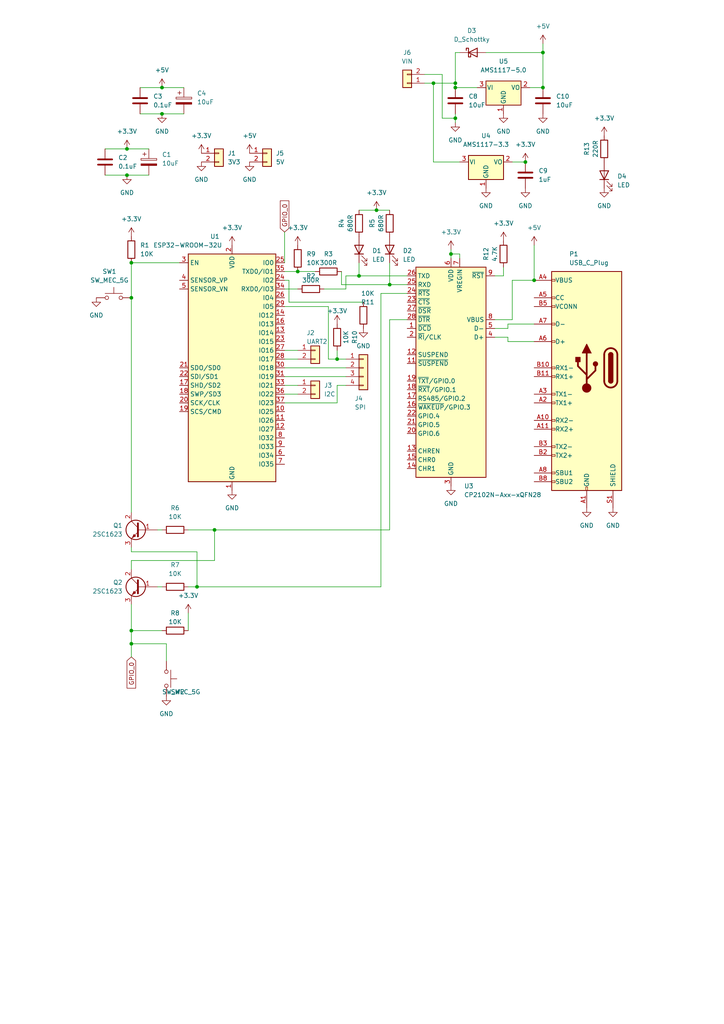
<source format=kicad_sch>
(kicad_sch (version 20211123) (generator eeschema)
  (paper "A4" portrait)
  (title_block (date "2024-10-24"))
  (lib_symbols
    (symbol "Connector:USB_C_Plug" (pin_names (offset 1.016))
      (property "Reference" "P" (at -10.16 29.21 0))
      (property "Value" "USB_C_Plug" (at 10.16 29.21 0))
      (symbol "USB_C_Plug_0_0"
        (rectangle (start -0.254 -35.56) (end 0.254 -34.544))
        (rectangle (start 10.16 -32.766) (end 9.144 -33.274))
        (rectangle (start 10.16 -30.226) (end 9.144 -30.734))
        (rectangle (start 10.16 -25.146) (end 9.144 -25.654))
        (rectangle (start 10.16 -22.606) (end 9.144 -23.114))
        (rectangle (start 10.16 -17.526) (end 9.144 -18.034))
        (rectangle (start 10.16 -14.986) (end 9.144 -15.494))
        (rectangle (start 10.16 -9.906) (end 9.144 -10.414))
        (rectangle (start 10.16 -7.366) (end 9.144 -7.874))
        (rectangle (start 10.16 -2.286) (end 9.144 -2.794))
        (rectangle (start 10.16 0.254) (end 9.144 -0.254))
        (rectangle (start 10.16 7.874) (end 9.144 7.366))
        (rectangle (start 10.16 12.954) (end 9.144 12.446))
        (rectangle (start 10.16 18.034) (end 9.144 17.526))
        (rectangle (start 10.16 20.574) (end 9.144 20.066))
        (rectangle (start 10.16 25.654) (end 9.144 25.146))
      )
      (symbol "USB_C_Plug_0_1"
        (rectangle (start -10.16 27.94) (end 10.16 -35.56) (stroke (width 0.254)) (fill (type background)))
        (arc (start -8.89 -3.81) (mid -6.985 -5.715) (end -5.08 -3.81) (stroke (width 0.508)))
        (arc (start -7.62 -3.81) (mid -6.985 -4.445) (end -6.35 -3.81) (stroke (width 0.254)))
        (arc (start -7.62 -3.81) (mid -6.985 -4.445) (end -6.35 -3.81) (stroke (width 0.254)) (fill (type outline)))
        (rectangle (start -7.62 -3.81) (end -6.35 3.81) (stroke (width 0.254)) (fill (type outline)))
        (arc (start -6.35 3.81) (mid -6.985 4.445) (end -7.62 3.81) (stroke (width 0.254)))
        (arc (start -6.35 3.81) (mid -6.985 4.445) (end -7.62 3.81) (stroke (width 0.254)) (fill (type outline)))
        (arc (start -5.08 3.81) (mid -6.985 5.715) (end -8.89 3.81) (stroke (width 0.508)))
        (polyline (pts (xy -8.89 -3.81) (xy -8.89 3.81)) (stroke (width 0.508)))
        (polyline (pts (xy -5.08 3.81) (xy -5.08 -3.81)) (stroke (width 0.508)))
      )
      (symbol "USB_C_Plug_1_1"
        (circle (center -2.54 1.143) (radius 0.635) (stroke (width 0.254)) (fill (type outline)))
        (circle (center 0 -5.842) (radius 1.27) (fill (type outline)))
        (polyline (pts (xy 0 -5.842) (xy 0 4.318)) (stroke (width 0.508)))
        (polyline (pts (xy 0 -3.302) (xy -2.54 -0.762) (xy -2.54 0.508)) (stroke (width 0.508)))
        (polyline (pts (xy 0 -2.032) (xy 2.54 0.508) (xy 2.54 1.778)) (stroke (width 0.508)))
        (polyline (pts (xy -1.27 4.318) (xy 0 6.858) (xy 1.27 4.318) (xy -1.27 4.318)) (stroke (width 0.254)) (fill (type outline)))
        (rectangle (start 1.905 1.778) (end 3.175 3.048) (stroke (width 0.254)) (fill (type outline)))
        (pin passive line (at 0 -40.64 90) (length 5.08) (name "GND") (number "A1"))
        (pin bidirectional line (at 15.24 -15.24 180) (length 5.08) (name "RX2-") (number "A10"))
        (pin bidirectional line (at 15.24 -17.78 180) (length 5.08) (name "RX2+") (number "A11"))
        (pin passive line (at 0 -40.64 90) (length 5.08) hide (name "GND") (number "A12"))
        (pin bidirectional line (at 15.24 -10.16 180) (length 5.08) (name "TX1+") (number "A2"))
        (pin bidirectional line (at 15.24 -7.62 180) (length 5.08) (name "TX1-") (number "A3"))
        (pin passive line (at 15.24 25.4 180) (length 5.08) (name "VBUS") (number "A4"))
        (pin bidirectional line (at 15.24 20.32 180) (length 5.08) (name "CC") (number "A5"))
        (pin bidirectional line (at 15.24 7.62 180) (length 5.08) (name "D+") (number "A6"))
        (pin bidirectional line (at 15.24 12.7 180) (length 5.08) (name "D-") (number "A7"))
        (pin bidirectional line (at 15.24 -30.48 180) (length 5.08) (name "SBU1") (number "A8"))
        (pin passive line (at 15.24 25.4 180) (length 5.08) hide (name "VBUS") (number "A9"))
        (pin passive line (at 0 -40.64 90) (length 5.08) hide (name "GND") (number "B1"))
        (pin bidirectional line (at 15.24 0 180) (length 5.08) (name "RX1-") (number "B10"))
        (pin bidirectional line (at 15.24 -2.54 180) (length 5.08) (name "RX1+") (number "B11"))
        (pin passive line (at 0 -40.64 90) (length 5.08) hide (name "GND") (number "B12"))
        (pin bidirectional line (at 15.24 -25.4 180) (length 5.08) (name "TX2+") (number "B2"))
        (pin bidirectional line (at 15.24 -22.86 180) (length 5.08) (name "TX2-") (number "B3"))
        (pin passive line (at 15.24 25.4 180) (length 5.08) hide (name "VBUS") (number "B4"))
        (pin bidirectional line (at 15.24 17.78 180) (length 5.08) (name "VCONN") (number "B5"))
        (pin bidirectional line (at 15.24 -33.02 180) (length 5.08) (name "SBU2") (number "B8"))
        (pin passive line (at 15.24 25.4 180) (length 5.08) hide (name "VBUS") (number "B9"))
        (pin passive line (at -7.62 -40.64 90) (length 5.08) (name "SHIELD") (number "S1"))
      )
    )
    (symbol "Connector_Generic:Conn_01x02" (pin_names (offset 1.016) hide)
      (property "Reference" "J" (at 0 2.54 0))
      (property "Value" "Conn_01x02" (at 0 -5.08 0))
      (symbol "Conn_01x02_1_1"
        (rectangle (start -1.27 -2.413) (end 0 -2.667) (stroke (width 0.1524)))
        (rectangle (start -1.27 0.127) (end 0 -0.127) (stroke (width 0.1524)))
        (rectangle (start -1.27 1.27) (end 1.27 -3.81) (stroke (width 0.254)) (fill (type background)))
        (pin passive line (at -5.08 0 0) (length 3.81) (name "Pin_1") (number "1"))
        (pin passive line (at -5.08 -2.54 0) (length 3.81) (name "Pin_2") (number "2"))
      )
    )
    (symbol "Connector_Generic:Conn_01x04" (pin_names (offset 1.016) hide)
      (property "Reference" "J" (at 0 5.08 0))
      (property "Value" "Conn_01x04" (at 0 -7.62 0))
      (symbol "Conn_01x04_1_1"
        (rectangle (start -1.27 -4.953) (end 0 -5.207) (stroke (width 0.1524)))
        (rectangle (start -1.27 -2.413) (end 0 -2.667) (stroke (width 0.1524)))
        (rectangle (start -1.27 0.127) (end 0 -0.127) (stroke (width 0.1524)))
        (rectangle (start -1.27 2.667) (end 0 2.413) (stroke (width 0.1524)))
        (rectangle (start -1.27 3.81) (end 1.27 -6.35) (stroke (width 0.254)) (fill (type background)))
        (pin passive line (at -5.08 2.54 0) (length 3.81) (name "Pin_1") (number "1"))
        (pin passive line (at -5.08 0 0) (length 3.81) (name "Pin_2") (number "2"))
        (pin passive line (at -5.08 -2.54 0) (length 3.81) (name "Pin_3") (number "3"))
        (pin passive line (at -5.08 -5.08 0) (length 3.81) (name "Pin_4") (number "4"))
      )
    )
    (symbol "Device:C" (pin_numbers hide) (pin_names (offset 0.254))
      (property "Reference" "C" (at 0.635 2.54 0))
      (property "Value" "C" (at 0.635 -2.54 0))
      (symbol "C_0_1"
        (polyline (pts (xy -2.032 -0.762) (xy 2.032 -0.762)) (stroke (width 0.508)))
        (polyline (pts (xy -2.032 0.762) (xy 2.032 0.762)) (stroke (width 0.508)))
      )
      (symbol "C_1_1"
        (pin passive line (at 0 3.81 270) (length 2.794) (name "~") (number "1"))
        (pin passive line (at 0 -3.81 90) (length 2.794) (name "~") (number "2"))
      )
    )
    (symbol "Device:C_Polarized" (pin_numbers hide) (pin_names (offset 0.254))
      (property "Reference" "C" (at 0.635 2.54 0))
      (property "Value" "C_Polarized" (at 0.635 -2.54 0))
      (symbol "C_Polarized_0_1"
        (rectangle (start -2.286 0.508) (end 2.286 1.016))
        (polyline (pts (xy -1.778 2.286) (xy -0.762 2.286)))
        (polyline (pts (xy -1.27 2.794) (xy -1.27 1.778)))
        (rectangle (start 2.286 -0.508) (end -2.286 -1.016) (fill (type outline)))
      )
      (symbol "C_Polarized_1_1"
        (pin passive line (at 0 3.81 270) (length 2.794) (name "~") (number "1"))
        (pin passive line (at 0 -3.81 90) (length 2.794) (name "~") (number "2"))
      )
    )
    (symbol "Device:D_Schottky" (pin_numbers hide) (pin_names (offset 1.016) hide)
      (property "Reference" "D" (at 0 2.54 0))
      (property "Value" "D_Schottky" (at 0 -2.54 0))
      (symbol "D_Schottky_0_1"
        (polyline (pts (xy 1.27 0) (xy -1.27 0)))
        (polyline (pts (xy 1.27 1.27) (xy 1.27 -1.27) (xy -1.27 0) (xy 1.27 1.27)) (stroke (width 0.254)))
        (polyline (pts (xy -1.905 0.635) (xy -1.905 1.27) (xy -1.27 1.27) (xy -1.27 -1.27) (xy -0.635 -1.27) (xy -0.635 -0.635)) (stroke (width 0.254)))
      )
      (symbol "D_Schottky_1_1"
        (pin passive line (at -3.81 0 0) (length 2.54) (name "K") (number "1"))
        (pin passive line (at 3.81 0 180) (length 2.54) (name "A") (number "2"))
      )
    )
    (symbol "Device:LED" (pin_numbers hide) (pin_names (offset 1.016) hide)
      (property "Reference" "D" (at 0 2.54 0))
      (property "Value" "LED" (at 0 -2.54 0))
      (symbol "LED_0_1"
        (polyline (pts (xy -1.27 -1.27) (xy -1.27 1.27)) (stroke (width 0.254)))
        (polyline (pts (xy -1.27 0) (xy 1.27 0)))
        (polyline (pts (xy 1.27 -1.27) (xy 1.27 1.27) (xy -1.27 0) (xy 1.27 -1.27)) (stroke (width 0.254)))
        (polyline (pts (xy -3.048 -0.762) (xy -4.572 -2.286) (xy -3.81 -2.286) (xy -4.572 -2.286) (xy -4.572 -1.524)))
        (polyline (pts (xy -1.778 -0.762) (xy -3.302 -2.286) (xy -2.54 -2.286) (xy -3.302 -2.286) (xy -3.302 -1.524)))
      )
      (symbol "LED_1_1"
        (pin passive line (at -3.81 0 0) (length 2.54) (name "K") (number "1"))
        (pin passive line (at 3.81 0 180) (length 2.54) (name "A") (number "2"))
      )
    )
    (symbol "Device:Q_NPN_BCE" (pin_names (offset 0) hide)
      (property "Reference" "Q" (at 5.08 1.27 0))
      (property "Value" "Q_NPN_BCE" (at 5.08 -1.27 0))
      (symbol "Q_NPN_BCE_0_1"
        (polyline (pts (xy 0.635 0.635) (xy 2.54 2.54)))
        (polyline (pts (xy 0.635 -0.635) (xy 2.54 -2.54) (xy 2.54 -2.54)))
        (polyline (pts (xy 0.635 1.905) (xy 0.635 -1.905) (xy 0.635 -1.905)) (stroke (width 0.508)))
        (polyline (pts (xy 1.27 -1.778) (xy 1.778 -1.27) (xy 2.286 -2.286) (xy 1.27 -1.778) (xy 1.27 -1.778)) (fill (type outline)))
        (circle (center 1.27 0) (radius 2.8194) (stroke (width 0.254)))
      )
      (symbol "Q_NPN_BCE_1_1"
        (pin input line (at -5.08 0 0) (length 5.715) (name "B") (number "1"))
        (pin passive line (at 2.54 5.08 270) (length 2.54) (name "C") (number "2"))
        (pin passive line (at 2.54 -5.08 90) (length 2.54) (name "E") (number "3"))
      )
    )
    (symbol "Device:R" (pin_numbers hide) (pin_names (offset 0))
      (property "Reference" "R" (at 2.032 0 90))
      (property "Value" "R" (at 0 0 90))
      (symbol "R_0_1"
        (rectangle (start -1.016 -2.54) (end 1.016 2.54) (stroke (width 0.254)))
      )
      (symbol "R_1_1"
        (pin passive line (at 0 3.81 270) (length 1.27) (name "~") (number "1"))
        (pin passive line (at 0 -3.81 90) (length 1.27) (name "~") (number "2"))
      )
    )
    (symbol "Interface_USB:CP2102N-Axx-xQFN28"
      (property "Reference" "U" (at -8.89 31.75 0))
      (property "Value" "CP2102N-Axx-xQFN28" (at 12.7 31.75 0))
      (symbol "CP2102N-Axx-xQFN28_0_1"
        (rectangle (start -10.16 30.48) (end 10.16 -30.48) (stroke (width 0.254)) (fill (type background)))
      )
      (symbol "CP2102N-Axx-xQFN28_1_1"
        (pin input line (at 12.7 12.7 180) (length 2.54) (name "~{DCD}") (number "1"))
        (pin no_connect line (at -10.16 -27.94 0) (length 2.54) hide (name "NC") (number "10"))
        (pin output line (at 12.7 2.54 180) (length 2.54) (name "~{SUSPEND}") (number "11"))
        (pin output line (at 12.7 5.08 180) (length 2.54) (name "SUSPEND") (number "12"))
        (pin output line (at 12.7 -22.86 180) (length 2.54) (name "CHREN") (number "13"))
        (pin output line (at 12.7 -27.94 180) (length 2.54) (name "CHR1") (number "14"))
        (pin output line (at 12.7 -25.4 180) (length 2.54) (name "CHR0") (number "15"))
        (pin bidirectional line (at 12.7 -10.16 180) (length 2.54) (name "~{WAKEUP}/GPIO.3") (number "16"))
        (pin bidirectional line (at 12.7 -7.62 180) (length 2.54) (name "RS485/GPIO.2") (number "17"))
        (pin bidirectional line (at 12.7 -5.08 180) (length 2.54) (name "~{RXT}/GPIO.1") (number "18"))
        (pin bidirectional line (at 12.7 -2.54 180) (length 2.54) (name "~{TXT}/GPIO.0") (number "19"))
        (pin bidirectional line (at 12.7 10.16 180) (length 2.54) (name "~{RI}/CLK") (number "2"))
        (pin bidirectional line (at 12.7 -17.78 180) (length 2.54) (name "GPIO.6") (number "20"))
        (pin bidirectional line (at 12.7 -15.24 180) (length 2.54) (name "GPIO.5") (number "21"))
        (pin bidirectional line (at 12.7 -12.7 180) (length 2.54) (name "GPIO.4") (number "22"))
        (pin input line (at 12.7 20.32 180) (length 2.54) (name "~{CTS}") (number "23"))
        (pin output line (at 12.7 22.86 180) (length 2.54) (name "~{RTS}") (number "24"))
        (pin input line (at 12.7 25.4 180) (length 2.54) (name "RXD") (number "25"))
        (pin output line (at 12.7 27.94 180) (length 2.54) (name "TXD") (number "26"))
        (pin input line (at 12.7 17.78 180) (length 2.54) (name "~{DSR}") (number "27"))
        (pin output line (at 12.7 15.24 180) (length 2.54) (name "~{DTR}") (number "28"))
        (pin passive line (at 0 -33.02 90) (length 2.54) hide (name "GND") (number "29"))
        (pin power_in line (at 0 -33.02 90) (length 2.54) (name "GND") (number "3"))
        (pin bidirectional line (at -12.7 10.16 0) (length 2.54) (name "D+") (number "4"))
        (pin bidirectional line (at -12.7 12.7 0) (length 2.54) (name "D-") (number "5"))
        (pin power_in line (at 0 33.02 270) (length 2.54) (name "VDD") (number "6"))
        (pin power_in line (at -2.54 33.02 270) (length 2.54) (name "VREGIN") (number "7"))
        (pin input line (at -12.7 15.24 0) (length 2.54) (name "VBUS") (number "8"))
        (pin input line (at -12.7 27.94 0) (length 2.54) (name "~{RST}") (number "9"))
      )
    )
    (symbol "RF_Module:ESP32-WROOM-32U"
      (property "Reference" "U" (at -12.7 34.29 0))
      (property "Value" "ESP32-WROOM-32U" (at 1.27 34.29 0))
      (symbol "ESP32-WROOM-32U_0_1"
        (rectangle (start -12.7 33.02) (end 12.7 -33.02) (stroke (width 0.254)) (fill (type background)))
      )
      (symbol "ESP32-WROOM-32U_1_1"
        (pin power_in line (at 0 -35.56 90) (length 2.54) (name "GND") (number "1"))
        (pin bidirectional line (at 15.24 -12.7 180) (length 2.54) (name "IO25") (number "10"))
        (pin bidirectional line (at 15.24 -15.24 180) (length 2.54) (name "IO26") (number "11"))
        (pin bidirectional line (at 15.24 -17.78 180) (length 2.54) (name "IO27") (number "12"))
        (pin bidirectional line (at 15.24 10.16 180) (length 2.54) (name "IO14") (number "13"))
        (pin bidirectional line (at 15.24 15.24 180) (length 2.54) (name "IO12") (number "14"))
        (pin passive line (at 0 -35.56 90) (length 2.54) hide (name "GND") (number "15"))
        (pin bidirectional line (at 15.24 12.7 180) (length 2.54) (name "IO13") (number "16"))
        (pin bidirectional line (at -15.24 -5.08 0) (length 2.54) (name "SHD/SD2") (number "17"))
        (pin bidirectional line (at -15.24 -7.62 0) (length 2.54) (name "SWP/SD3") (number "18"))
        (pin bidirectional line (at -15.24 -12.7 0) (length 2.54) (name "SCS/CMD") (number "19"))
        (pin power_in line (at 0 35.56 270) (length 2.54) (name "VDD") (number "2"))
        (pin bidirectional line (at -15.24 -10.16 0) (length 2.54) (name "SCK/CLK") (number "20"))
        (pin bidirectional line (at -15.24 0 0) (length 2.54) (name "SDO/SD0") (number "21"))
        (pin bidirectional line (at -15.24 -2.54 0) (length 2.54) (name "SDI/SD1") (number "22"))
        (pin bidirectional line (at 15.24 7.62 180) (length 2.54) (name "IO15") (number "23"))
        (pin bidirectional line (at 15.24 25.4 180) (length 2.54) (name "IO2") (number "24"))
        (pin bidirectional line (at 15.24 30.48 180) (length 2.54) (name "IO0") (number "25"))
        (pin bidirectional line (at 15.24 20.32 180) (length 2.54) (name "IO4") (number "26"))
        (pin bidirectional line (at 15.24 5.08 180) (length 2.54) (name "IO16") (number "27"))
        (pin bidirectional line (at 15.24 2.54 180) (length 2.54) (name "IO17") (number "28"))
        (pin bidirectional line (at 15.24 17.78 180) (length 2.54) (name "IO5") (number "29"))
        (pin input line (at -15.24 30.48 0) (length 2.54) (name "EN") (number "3"))
        (pin bidirectional line (at 15.24 0 180) (length 2.54) (name "IO18") (number "30"))
        (pin bidirectional line (at 15.24 -2.54 180) (length 2.54) (name "IO19") (number "31"))
        (pin no_connect line (at -12.7 -27.94 0) (length 2.54) hide (name "NC") (number "32"))
        (pin bidirectional line (at 15.24 -5.08 180) (length 2.54) (name "IO21") (number "33"))
        (pin bidirectional line (at 15.24 22.86 180) (length 2.54) (name "RXD0/IO3") (number "34"))
        (pin bidirectional line (at 15.24 27.94 180) (length 2.54) (name "TXD0/IO1") (number "35"))
        (pin bidirectional line (at 15.24 -7.62 180) (length 2.54) (name "IO22") (number "36"))
        (pin bidirectional line (at 15.24 -10.16 180) (length 2.54) (name "IO23") (number "37"))
        (pin passive line (at 0 -35.56 90) (length 2.54) hide (name "GND") (number "38"))
        (pin passive line (at 0 -35.56 90) (length 2.54) hide (name "GND") (number "39"))
        (pin input line (at -15.24 25.4 0) (length 2.54) (name "SENSOR_VP") (number "4"))
        (pin input line (at -15.24 22.86 0) (length 2.54) (name "SENSOR_VN") (number "5"))
        (pin input line (at 15.24 -25.4 180) (length 2.54) (name "IO34") (number "6"))
        (pin input line (at 15.24 -27.94 180) (length 2.54) (name "IO35") (number "7"))
        (pin bidirectional line (at 15.24 -20.32 180) (length 2.54) (name "IO32") (number "8"))
        (pin bidirectional line (at 15.24 -22.86 180) (length 2.54) (name "IO33") (number "9"))
      )
    )
    (symbol "Regulator_Linear:AMS1117-3.3" (pin_names (offset 0.254))
      (property "Reference" "U" (at -3.81 3.175 0))
      (property "Value" "AMS1117-3.3" (at 0 3.175 0))
      (symbol "AMS1117-3.3_0_1"
        (rectangle (start -5.08 -5.08) (end 5.08 1.905) (stroke (width 0.254)) (fill (type background)))
      )
      (symbol "AMS1117-3.3_1_1"
        (pin power_in line (at 0 -7.62 90) (length 2.54) (name "GND") (number "1"))
        (pin power_out line (at 7.62 0 180) (length 2.54) (name "VO") (number "2"))
        (pin power_in line (at -7.62 0 0) (length 2.54) (name "VI") (number "3"))
      )
    )
    (symbol "Regulator_Linear:AMS1117-5.0" (pin_names (offset 0.254))
      (property "Reference" "U" (at -3.81 3.175 0))
      (property "Value" "AMS1117-5.0" (at 0 3.175 0))
      (symbol "AMS1117-5.0_0_1"
        (rectangle (start -5.08 -5.08) (end 5.08 1.905) (stroke (width 0.254)) (fill (type background)))
      )
      (symbol "AMS1117-5.0_1_1"
        (pin power_in line (at 0 -7.62 90) (length 2.54) (name "GND") (number "1"))
        (pin power_out line (at 7.62 0 180) (length 2.54) (name "VO") (number "2"))
        (pin power_in line (at -7.62 0 0) (length 2.54) (name "VI") (number "3"))
      )
    )
    (symbol "SW_MEC_5G_1" (pin_numbers hide) (pin_names (offset 1.016) hide)
      (property "Reference" "SW2" (at 3.81 1.2701 90))
      (property "Value" "SW_MEC_5G_1" (at 3.81 -1.2699 90))
      (symbol "SW_MEC_5G_1_0_1"
        (circle (center -2.032 0) (radius 0.508))
        (polyline (pts (xy 0 1.27) (xy 0 3.048)))
        (polyline (pts (xy 2.54 1.27) (xy -2.54 1.27)))
        (circle (center 2.032 0) (radius 0.508))
        (pin passive line (at -5.08 0 0) (length 2.54) (name "A") (number "1"))
        (pin passive line (at 5.08 0 180) (length 2.54) (name "B") (number "2"))
      )
      (symbol "SW_MEC_5G_1_1_1"
        (pin passive line (at -5.08 0 0) (length 2.54) hide (name "A") (number "2"))
        (pin passive line (at 5.08 0 180) (length 2.54) hide (name "B") (number "4"))
      )
    )
    (symbol "Switch:SW_MEC_5G" (pin_numbers hide) (pin_names (offset 1.016) hide)
      (property "Reference" "SW1" (at -1.27 7.62 0))
      (property "Value" "SW_MEC_5G" (at -1.27 5.08 0))
      (symbol "SW_MEC_5G_0_1"
        (circle (center -2.032 0) (radius 0.508))
        (polyline (pts (xy 0 1.27) (xy 0 3.048)))
        (polyline (pts (xy 2.54 1.27) (xy -2.54 1.27)))
        (circle (center 2.032 0) (radius 0.508))
        (pin passive line (at -5.08 0 0) (length 2.54) (name "A") (number "1"))
        (pin passive line (at 5.08 0 180) (length 2.54) (name "B") (number "2"))
      )
      (symbol "SW_MEC_5G_1_1"
        (pin passive line (at -5.08 0 0) (length 2.54) hide (name "A") (number "2"))
        (pin passive line (at 5.08 0 180) (length 2.54) hide (name "B") (number "4"))
      )
    )
    (symbol "power:+3.3V" (power) (pin_names (offset 0))
      (property "Value" "+3.3V" (at 0 3.556 0))
      (symbol "+3.3V_0_1"
        (polyline (pts (xy -0.762 1.27) (xy 0 2.54)))
        (polyline (pts (xy 0 0) (xy 0 2.54)))
        (polyline (pts (xy 0 2.54) (xy 0.762 1.27)))
      )
      (symbol "+3.3V_1_1"
        (pin power_in line (at 0 0 90) (length 0) hide (name "+3.3V") (number "1"))
      )
    )
    (symbol "power:+5V" (power) (pin_names (offset 0))
      (property "Value" "+5V" (at 0 3.556 0))
      (symbol "+5V_0_1"
        (polyline (pts (xy -0.762 1.27) (xy 0 2.54)))
        (polyline (pts (xy 0 0) (xy 0 2.54)))
        (polyline (pts (xy 0 2.54) (xy 0.762 1.27)))
      )
      (symbol "+5V_1_1"
        (pin power_in line (at 0 0 90) (length 0) hide (name "+5V") (number "1"))
      )
    )
    (symbol "power:GND" (power) (pin_names (offset 0))
      (property "Value" "GND" (at 0 -3.81 0))
      (symbol "GND_0_1"
        (polyline (pts (xy 0 0) (xy 0 -1.27) (xy 1.27 -1.27) (xy 0 -2.54) (xy -1.27 -1.27) (xy 0 -1.27)))
      )
      (symbol "GND_1_1"
        (pin power_in line (at 0 0 270) (length 0) hide (name "GND") (number "1"))
      )
    )
  )
  (junction (at 62.23 153.67))
  (junction (at 104.14 80.01))
  (junction (at 157.48 25.4))
  (junction (at 38.1 76.2))
  (junction (at 36.83 43.18))
  (junction (at 97.79 104.14))
  (junction (at 57.15 170.18))
  (junction (at 152.4 46.99))
  (junction (at 132.08 25.4))
  (junction (at 154.94 81.28))
  (junction (at 38.1 182.88))
  (junction (at 132.08 34.29))
  (junction (at 38.1 186.69))
  (junction (at 130.81 73.66))
  (junction (at 109.22 60.96))
  (junction (at 46.99 33.02))
  (junction (at 38.1 86.36))
  (junction (at 157.48 15.24))
  (junction (at 125.73 24.13))
  (junction (at 132.08 24.13))
  (junction (at 86.36 78.74))
  (junction (at 113.03 82.55))
  (junction (at 36.83 50.8))
  (junction (at 46.99 25.4))
  (wire (pts (xy 38.1 160.02) (xy 57.15 160.02)))
  (wire (pts (xy 82.55 67.31) (xy 82.55 76.2)))
  (wire (pts (xy 82.55 81.28) (xy 83.82 81.28)))
  (wire (pts (xy 146.05 80.01) (xy 146.05 77.47)))
  (wire (pts (xy 109.22 60.96) (xy 113.03 60.96)))
  (wire (pts (xy 38.1 148.59) (xy 38.1 86.36)))
  (wire (pts (xy 38.1 190.5) (xy 38.1 186.69)))
  (wire (pts (xy 97.79 116.84) (xy 97.79 111.76)))
  (wire (pts (xy 38.1 158.75) (xy 38.1 160.02)))
  (wire (pts (xy 93.98 83.82) (xy 100.33 83.82)))
  (wire (pts (xy 130.81 73.66) (xy 130.81 74.93)))
  (wire (pts (xy 86.36 78.74) (xy 82.55 78.74)))
  (wire (pts (xy 100.33 83.82) (xy 100.33 80.01)))
  (wire (pts (xy 38.1 182.88) (xy 38.1 175.26)))
  (wire (pts (xy 147.32 97.79) (xy 147.32 99.06)))
  (wire (pts (xy 104.14 80.01) (xy 118.11 80.01)))
  (wire (pts (xy 154.94 71.12) (xy 154.94 81.28)))
  (wire (pts (xy 36.83 43.18) (xy 43.18 43.18)))
  (wire (pts (xy 132.08 24.13) (xy 132.08 25.4)))
  (wire (pts (xy 143.51 95.25) (xy 147.32 95.25)))
  (wire (pts (xy 62.23 162.56) (xy 38.1 162.56)))
  (wire (pts (xy 82.55 88.9) (xy 95.25 88.9)))
  (wire (pts (xy 113.03 153.67) (xy 62.23 153.67)))
  (wire (pts (xy 123.19 24.13) (xy 125.73 24.13)))
  (wire (pts (xy 128.27 21.59) (xy 128.27 34.29)))
  (wire (pts (xy 57.15 170.18) (xy 110.49 170.18)))
  (wire (pts (xy 57.15 160.02) (xy 57.15 170.18)))
  (wire (pts (xy 62.23 153.67) (xy 62.23 162.56)))
  (wire (pts (xy 157.48 12.7) (xy 157.48 15.24)))
  (wire (pts (xy 110.49 85.09) (xy 118.11 85.09)))
  (wire (pts (xy 113.03 92.71) (xy 113.03 153.67)))
  (wire (pts (xy 123.19 21.59) (xy 128.27 21.59)))
  (wire (pts (xy 113.03 76.2) (xy 113.03 82.55)))
  (wire (pts (xy 143.51 80.01) (xy 146.05 80.01)))
  (wire (pts (xy 143.51 97.79) (xy 147.32 97.79)))
  (wire (pts (xy 46.99 25.4) (xy 53.34 25.4)))
  (wire (pts (xy 125.73 46.99) (xy 125.73 24.13)))
  (wire (pts (xy 52.07 76.2) (xy 38.1 76.2)))
  (wire (pts (xy 95.25 104.14) (xy 97.79 104.14)))
  (wire (pts (xy 152.4 46.99) (xy 148.59 46.99)))
  (wire (pts (xy 97.79 101.6) (xy 97.79 104.14)))
  (wire (pts (xy 46.99 182.88) (xy 38.1 182.88)))
  (wire (pts (xy 30.48 50.8) (xy 36.83 50.8)))
  (wire (pts (xy 125.73 24.13) (xy 132.08 24.13)))
  (wire (pts (xy 133.35 73.66) (xy 130.81 73.66)))
  (wire (pts (xy 132.08 15.24) (xy 132.08 24.13)))
  (wire (pts (xy 86.36 111.76) (xy 82.55 111.76)))
  (wire (pts (xy 104.14 60.96) (xy 109.22 60.96)))
  (wire (pts (xy 148.59 92.71) (xy 148.59 81.28)))
  (wire (pts (xy 38.1 86.36) (xy 38.1 76.2)))
  (wire (pts (xy 95.25 88.9) (xy 95.25 104.14)))
  (wire (pts (xy 38.1 162.56) (xy 38.1 165.1)))
  (wire (pts (xy 128.27 34.29) (xy 132.08 34.29)))
  (wire (pts (xy 157.48 15.24) (xy 157.48 25.4)))
  (wire (pts (xy 54.61 170.18) (xy 57.15 170.18)))
  (wire (pts (xy 140.97 15.24) (xy 157.48 15.24)))
  (wire (pts (xy 46.99 33.02) (xy 53.34 33.02)))
  (wire (pts (xy 82.55 106.68) (xy 100.33 106.68)))
  (wire (pts (xy 36.83 50.8) (xy 43.18 50.8)))
  (wire (pts (xy 48.26 186.69) (xy 38.1 186.69)))
  (wire (pts (xy 147.32 99.06) (xy 154.94 99.06)))
  (wire (pts (xy 118.11 92.71) (xy 113.03 92.71)))
  (wire (pts (xy 38.1 186.69) (xy 38.1 182.88)))
  (wire (pts (xy 132.08 35.56) (xy 132.08 34.29)))
  (wire (pts (xy 147.32 93.98) (xy 147.32 95.25)))
  (wire (pts (xy 86.36 83.82) (xy 82.55 83.82)))
  (wire (pts (xy 133.35 74.93) (xy 133.35 73.66)))
  (wire (pts (xy 148.59 81.28) (xy 154.94 81.28)))
  (wire (pts (xy 86.36 78.74) (xy 91.44 78.74)))
  (wire (pts (xy 48.26 191.77) (xy 48.26 186.69)))
  (wire (pts (xy 40.64 33.02) (xy 46.99 33.02)))
  (wire (pts (xy 86.36 114.3) (xy 82.55 114.3)))
  (wire (pts (xy 46.99 170.18) (xy 45.72 170.18)))
  (wire (pts (xy 62.23 153.67) (xy 54.61 153.67)))
  (wire (pts (xy 97.79 111.76) (xy 100.33 111.76)))
  (wire (pts (xy 82.55 109.22) (xy 100.33 109.22)))
  (wire (pts (xy 83.82 81.28) (xy 83.82 87.63)))
  (wire (pts (xy 133.35 15.24) (xy 132.08 15.24)))
  (wire (pts (xy 99.06 82.55) (xy 113.03 82.55)))
  (wire (pts (xy 125.73 46.99) (xy 133.35 46.99)))
  (wire (pts (xy 132.08 25.4) (xy 138.43 25.4)))
  (wire (pts (xy 154.94 93.98) (xy 147.32 93.98)))
  (wire (pts (xy 83.82 87.63) (xy 105.41 87.63)))
  (wire (pts (xy 130.81 72.39) (xy 130.81 73.66)))
  (wire (pts (xy 86.36 101.6) (xy 82.55 101.6)))
  (wire (pts (xy 30.48 43.18) (xy 36.83 43.18)))
  (wire (pts (xy 104.14 76.2) (xy 104.14 80.01)))
  (wire (pts (xy 99.06 78.74) (xy 99.06 82.55)))
  (wire (pts (xy 40.64 25.4) (xy 46.99 25.4)))
  (wire (pts (xy 54.61 177.8) (xy 54.61 182.88)))
  (wire (pts (xy 82.55 116.84) (xy 97.79 116.84)))
  (wire (pts (xy 132.08 34.29) (xy 132.08 33.02)))
  (wire (pts (xy 100.33 80.01) (xy 104.14 80.01)))
  (wire (pts (xy 153.67 25.4) (xy 157.48 25.4)))
  (wire (pts (xy 46.99 153.67) (xy 45.72 153.67)))
  (wire (pts (xy 86.36 104.14) (xy 82.55 104.14)))
  (wire (pts (xy 110.49 170.18) (xy 110.49 85.09)))
  (wire (pts (xy 143.51 92.71) (xy 148.59 92.71)))
  (wire (pts (xy 97.79 104.14) (xy 100.33 104.14)))
  (wire (pts (xy 113.03 82.55) (xy 118.11 82.55)))
  (global_label "GPIO_0" (shape input) (at 82.55 67.31 90) (property "Intersheet References" "${INTERSHEET_REFS}" (effects hide)))
  (global_label "GPIO_0" (shape input) (at 38.1 190.5 270) (property "Intersheet References" "${INTERSHEET_REFS}" (effects hide)))
  (symbol (lib_id "power:+3.3V") (at 97.79 93.98 0) (unit 1)
    (property "Reference" "#PWR0136" (effects hide))
    (property "Value" "+3.3V" (at 97.79 90.17 0))
  )
  (symbol (lib_id "Device:R") (at 86.36 74.93 0) (unit 1)
    (property "Reference" "R9" (at 88.9 73.6599 0) (effects (justify left)))
    (property "Value" "10K" (at 88.9 76.1999 0) (effects (justify left)))
    (property "Footprint" "Resistor_SMD:R_0805_2012Metric_Pad1.20x1.40mm_HandSolder" (effects hide))
  )
  (symbol (lib_id "Regulator_Linear:AMS1117-3.3") (at 140.97 46.99 0) (unit 1)
    (property "Reference" "U4" (at 140.97 39.37 0))
    (property "Value" "AMS1117-3.3" (at 140.97 41.91 0))
    (property "Footprint" "Package_TO_SOT_SMD:SOT-223-3_TabPin2" (effects hide))
    (property "Datasheet" "http://www.advanced-monolithic.com/pdf/ds1117.pdf" (effects hide))
  )
  (symbol (lib_id "power:+3.3V") (at 38.1 68.58 0) (unit 1)
    (property "Reference" "#PWR0112" (effects hide))
    (property "Value" "+3.3V" (at 38.1 63.5 0))
  )
  (symbol (lib_id "power:+5V") (at 72.39 44.45 0) (unit 1)
    (property "Reference" "#PWR0122" (effects hide))
    (property "Value" "+5V" (at 72.39 39.37 0))
  )
  (symbol (lib_id "Device:R") (at 104.14 64.77 180) (unit 1)
    (property "Reference" "R4" (at 99.06 64.77 90))
    (property "Value" "680R" (at 101.6 64.77 90))
    (property "Footprint" "Resistor_SMD:R_0805_2012Metric_Pad1.20x1.40mm_HandSolder" (effects hide))
  )
  (symbol (lib_id "power:+3.3V") (at 130.81 72.39 0) (unit 1)
    (property "Reference" "#PWR0115" (effects hide))
    (property "Value" "+3.3V" (at 130.81 67.31 0))
  )
  (symbol (lib_id "Device:C") (at 40.64 29.21 0) (unit 1)
    (property "Reference" "C3" (at 44.45 27.9399 0) (effects (justify left)))
    (property "Value" "0.1uF" (at 44.45 30.4799 0) (effects (justify left)))
    (property "Footprint" "Capacitor_SMD:C_0805_2012Metric_Pad1.18x1.45mm_HandSolder" (effects hide))
  )
  (symbol (lib_id "Connector_Generic:Conn_01x02") (at 63.5 44.45 0) (unit 1)
    (property "Reference" "J1" (at 66.04 44.4499 0) (effects (justify left)))
    (property "Value" "3V3" (at 66.04 46.9899 0) (effects (justify left)))
    (property "Footprint" "Connector_JST:JST_XH_B2B-XH-A_1x02_P2.50mm_Vertical" (effects hide))
  )
  (symbol (lib_id "Device:R") (at 146.05 73.66 180) (unit 1)
    (property "Reference" "R12" (at 140.97 73.66 90))
    (property "Value" "4.7K" (at 143.51 73.66 90))
    (property "Footprint" "Resistor_SMD:R_0805_2012Metric_Pad1.20x1.40mm_HandSolder" (effects hide))
  )
  (symbol (lib_id "Device:LED") (at 104.14 72.39 90) (unit 1)
    (property "Reference" "D1" (at 107.95 72.7074 90) (effects (justify right)))
    (property "Value" "LED" (at 107.95 75.2474 90) (effects (justify right)))
    (property "Footprint" "LED_SMD:LED_0805_2012Metric_Pad1.15x1.40mm_HandSolder" (effects hide))
  )
  (symbol (lib_id "RF_Module:ESP32-WROOM-32U") (at 67.31 106.68 0) (unit 1)
    (property "Reference" "U1" (at 60.96 68.58 0) (effects (justify left)))
    (property "Value" "ESP32-WROOM-32U" (at 44.45 71.12 0) (effects (justify left)))
    (property "Footprint" "RF_Module:ESP32-WROOM-32U" (effects hide))
    (property "Datasheet" "https://www.espressif.com/sites/default/files/documentation/esp32-wroom-32d_esp32-wroom-32u_datasheet_en.pdf" (effects hide))
  )
  (symbol (lib_id "Device:R") (at 50.8 170.18 90) (unit 1)
    (property "Reference" "R7" (at 50.8 163.83 90))
    (property "Value" "10K" (at 50.8 166.37 90))
    (property "Footprint" "Resistor_SMD:R_0805_2012Metric_Pad1.20x1.40mm_HandSolder" (effects hide))
  )
  (symbol (lib_id "power:+3.3V") (at 54.61 177.8 0) (unit 1)
    (property "Reference" "#PWR0137" (effects hide))
    (property "Value" "+3.3V" (at 54.61 172.72 0))
  )
  (symbol (lib_id "Device:R") (at 50.8 182.88 90) (unit 1)
    (property "Reference" "R8" (at 50.8 177.8 90))
    (property "Value" "10K" (at 50.8 180.34 90))
    (property "Footprint" "Resistor_SMD:R_0805_2012Metric_Pad1.20x1.40mm_HandSolder" (effects hide))
  )
  (symbol (lib_id "Device:R") (at 38.1 72.39 0) (unit 1)
    (property "Reference" "R1" (at 40.64 71.1199 0) (effects (justify left)))
    (property "Value" "10K" (at 40.64 73.6599 0) (effects (justify left)))
    (property "Footprint" "Resistor_SMD:R_0805_2012Metric_Pad1.20x1.40mm_HandSolder" (effects hide))
  )
  (symbol (lib_id "power:GND") (at 27.94 86.36 0) (unit 1)
    (property "Reference" "#PWR0131" (effects hide))
    (property "Value" "GND" (at 27.94 91.44 0))
  )
  (symbol (lib_id "power:GND") (at 67.31 142.24 0) (unit 1)
    (property "Reference" "#PWR0120" (effects hide))
    (property "Value" "GND" (at 67.31 147.32 0))
  )
  (symbol (lib_id "Connector_Generic:Conn_01x02") (at 77.47 44.45 0) (unit 1)
    (property "Reference" "J5" (at 80.01 44.4499 0) (effects (justify left)))
    (property "Value" "5V" (at 80.01 46.9899 0) (effects (justify left)))
    (property "Footprint" "Connector_JST:JST_XH_B2B-XH-A_1x02_P2.50mm_Vertical" (effects hide))
  )
  (symbol (lib_id "Connector_Generic:Conn_01x02") (at 91.44 111.76 0) (unit 1)
    (property "Reference" "J3" (at 93.98 111.7599 0) (effects (justify left)))
    (property "Value" "I2C" (at 93.98 114.2999 0) (effects (justify left)))
    (property "Footprint" "Connector_JST:JST_XH_B2B-XH-A_1x02_P2.50mm_Vertical" (effects hide))
  )
  (symbol (lib_id "power:+3.3V") (at 146.05 69.85 0) (unit 1)
    (property "Reference" "#PWR0111" (effects hide))
    (property "Value" "+3.3V" (at 146.05 64.77 0))
  )
  (symbol (lib_id "power:GND") (at 170.18 147.32 0) (unit 1)
    (property "Reference" "#PWR0119" (effects hide))
    (property "Value" "GND" (at 170.18 152.4 0))
  )
  (symbol (lib_id "Device:Q_NPN_BCE") (at 40.64 153.67 0) (mirror y) (unit 1)
    (property "Reference" "Q1" (at 35.56 152.3999 0) (effects (justify left)))
    (property "Value" "2SC1623" (at 35.56 154.9399 0) (effects (justify left)))
    (property "Footprint" "Package_TO_SOT_SMD:SOT-23-3" (effects hide))
  )
  (symbol (lib_id "Device:Q_NPN_BCE") (at 40.64 170.18 0) (mirror y) (unit 1)
    (property "Reference" "Q2" (at 35.56 168.9099 0) (effects (justify left)))
    (property "Value" "2SC1623" (at 35.56 171.4499 0) (effects (justify left)))
    (property "Footprint" "Package_TO_SOT_SMD:SOT-23-3" (effects hide))
  )
  (symbol (lib_id "Switch:SW_MEC_5G") (at 33.02 86.36 0) (unit 1)
    (property "Reference" "SW1" (at 31.75 78.74 0))
    (property "Value" "SW_MEC_5G" (at 31.75 81.28 0))
    (property "Footprint" "Button_Switch_SMD:SW_SPST_CK_RS282G05A3" (effects hide))
    (property "Datasheet" "http://www.apem.com/int/index.php?controller=attachment&id_attachment=488" (effects hide))
  )
  (symbol (lib_id "power:GND") (at 36.83 50.8 0) (unit 1)
    (property "Reference" "#PWR0108" (effects hide))
    (property "Value" "GND" (at 36.83 55.88 0))
  )
  (symbol (lib_id "Device:D_Schottky") (at 137.16 15.24 0) (unit 1)
    (property "Reference" "D3" (at 136.8425 8.89 0))
    (property "Value" "D_Schottky" (at 136.8425 11.43 0))
    (property "Footprint" "Diode_SMD:D_SMA" (effects hide))
  )
  (symbol (lib_id "Device:R") (at 175.26 43.18 180) (unit 1)
    (property "Reference" "R13" (at 170.18 43.18 90))
    (property "Value" "220R" (at 172.72 43.18 90))
    (property "Footprint" "Resistor_SMD:R_0805_2012Metric_Pad1.20x1.40mm_HandSolder" (effects hide))
  )
  (symbol (lib_id "power:GND") (at 132.08 35.56 0) (unit 1)
    (property "Reference" "#PWR0123" (effects hide))
    (property "Value" "GND" (at 132.08 40.64 0))
  )
  (symbol (lib_id "power:+3.3V") (at 152.4 46.99 0) (unit 1)
    (property "Reference" "#PWR0127" (effects hide))
    (property "Value" "+3.3V" (at 152.4 41.91 0))
  )
  (symbol (lib_id "Connector_Generic:Conn_01x02") (at 118.11 24.13 180) (unit 1)
    (property "Reference" "J6" (at 118.11 15.24 0))
    (property "Value" "VIN" (at 118.11 17.78 0))
    (property "Footprint" "Connector_JST:JST_XH_B2B-XH-A_1x02_P2.50mm_Vertical" (effects hide))
  )
  (symbol (lib_id "Device:R") (at 50.8 153.67 90) (unit 1)
    (property "Reference" "R6" (at 50.8 147.32 90))
    (property "Value" "10K" (at 50.8 149.86 90))
    (property "Footprint" "Resistor_SMD:R_0805_2012Metric_Pad1.20x1.40mm_HandSolder" (effects hide))
  )
  (symbol (lib_id "power:+3.3V") (at 109.22 60.96 0) (unit 1)
    (property "Reference" "#PWR0130" (effects hide))
    (property "Value" "+3.3V" (at 109.22 55.88 0))
  )
  (symbol (lib_id "power:GND") (at 177.8 147.32 0) (unit 1)
    (property "Reference" "#PWR0118" (effects hide))
    (property "Value" "GND" (at 177.8 152.4 0))
  )
  (symbol (lib_id "Regulator_Linear:AMS1117-5.0") (at 146.05 25.4 0) (unit 1)
    (property "Reference" "U5" (at 146.05 17.78 0))
    (property "Value" "AMS1117-5.0" (at 146.05 20.32 0))
    (property "Footprint" "Package_TO_SOT_SMD:SOT-223-3_TabPin2" (effects hide))
    (property "Datasheet" "http://www.advanced-monolithic.com/pdf/ds1117.pdf" (effects hide))
  )
  (symbol (lib_id "power:+5V") (at 157.48 12.7 0) (unit 1)
    (property "Reference" "#PWR0129" (effects hide))
    (property "Value" "+5V" (at 157.48 7.62 0))
  )
  (symbol (lib_id "Connector_Generic:Conn_01x02") (at 91.44 101.6 0) (unit 1)
    (property "Reference" "J2" (at 88.9 96.52 0) (effects (justify left)))
    (property "Value" "UART2" (at 88.9 99.06 0) (effects (justify left)))
    (property "Footprint" "Connector_JST:JST_XH_B2B-XH-A_1x02_P2.50mm_Vertical" (effects hide))
  )
  (symbol (lib_id "Connector:USB_C_Plug") (at 170.18 106.68 0) (mirror y) (unit 1)
    (property "Reference" "P1" (at 165.1 73.66 0) (effects (justify right)))
    (property "Value" "USB_C_Plug" (at 165.1 76.2 0) (effects (justify right)))
    (property "Footprint" "Connector_USB:USB_C_Receptacle_G-Switch_GT-USB-7010ASV" (effects hide))
    (property "Datasheet" "https://www.usb.org/sites/default/files/documents/usb_type-c.zip" (effects hide))
  )
  (symbol (lib_id "Device:R") (at 97.79 97.79 0) (unit 1)
    (property "Reference" "R10" (at 102.87 97.79 90))
    (property "Value" "10K" (at 100.33 97.79 90))
    (property "Footprint" "Resistor_SMD:R_0805_2012Metric_Pad1.20x1.40mm_HandSolder" (effects hide))
  )
  (symbol (lib_id "Device:C") (at 157.48 29.21 0) (unit 1)
    (property "Reference" "C10" (at 161.29 27.9399 0) (effects (justify left)))
    (property "Value" "10uF" (at 161.29 30.4799 0) (effects (justify left)))
    (property "Footprint" "Capacitor_SMD:C_0805_2012Metric_Pad1.18x1.45mm_HandSolder" (effects hide))
  )
  (symbol (lib_id "Device:C_Polarized") (at 53.34 29.21 0) (unit 1)
    (property "Reference" "C4" (at 57.15 27.0509 0) (effects (justify left)))
    (property "Value" "10uF" (at 57.15 29.5909 0) (effects (justify left)))
    (property "Footprint" "Capacitor_Tantalum_SMD:CP_EIA-7343-31_Kemet-D" (effects hide))
  )
  (symbol (lib_id "power:+3.3V") (at 67.31 71.12 0) (unit 1)
    (property "Reference" "#PWR0109" (effects hide))
    (property "Value" "+3.3V" (at 67.31 66.04 0))
  )
  (symbol (lib_id "power:+3.3V") (at 58.42 44.45 0) (unit 1)
    (property "Reference" "#PWR0114" (effects hide))
    (property "Value" "+3.3V" (at 58.42 39.37 0))
  )
  (symbol (lib_id "Device:R") (at 90.17 83.82 90) (unit 1)
    (property "Reference" "R2" (at 90.17 80.01 90))
    (property "Value" "300R" (at 90.17 81.28 90))
    (property "Footprint" "Resistor_SMD:R_0805_2012Metric_Pad1.20x1.40mm_HandSolder" (effects hide))
  )
  (symbol (lib_id "Device:R") (at 113.03 64.77 180) (unit 1)
    (property "Reference" "R5" (at 107.95 64.77 90))
    (property "Value" "680R" (at 110.49 64.77 90))
    (property "Footprint" "Resistor_SMD:R_0805_2012Metric_Pad1.20x1.40mm_HandSolder" (effects hide))
  )
  (symbol (lib_id "power:GND") (at 152.4 54.61 0) (unit 1)
    (property "Reference" "#PWR0126" (effects hide))
    (property "Value" "GND" (at 152.4 59.69 0))
  )
  (symbol (lib_id "power:GND") (at 175.26 54.61 0) (unit 1)
    (property "Reference" "#PWR0134" (effects hide))
    (property "Value" "GND" (at 175.26 59.69 0))
  )
  (symbol (lib_id "Device:C") (at 30.48 46.99 0) (unit 1)
    (property "Reference" "C2" (at 34.29 45.7199 0) (effects (justify left)))
    (property "Value" "0.1uF" (at 34.29 48.2599 0) (effects (justify left)))
    (property "Footprint" "Capacitor_SMD:C_0805_2012Metric_Pad1.18x1.45mm_HandSolder" (effects hide))
  )
  (symbol (lib_id "power:+3.3V") (at 36.83 43.18 0) (unit 1)
    (property "Reference" "#PWR0107" (effects hide))
    (property "Value" "+3.3V" (at 36.83 38.1 0))
  )
  (symbol (lib_id "power:+5V") (at 46.99 25.4 0) (unit 1)
    (property "Reference" "#PWR0101" (effects hide))
    (property "Value" "+5V" (at 46.99 20.32 0))
  )
  (symbol (lib_id "power:GND") (at 46.99 33.02 0) (unit 1)
    (property "Reference" "#PWR0113" (effects hide))
    (property "Value" "GND" (at 46.99 38.1 0))
  )
  (symbol (lib_id "Device:LED") (at 113.03 72.39 90) (unit 1)
    (property "Reference" "D2" (at 116.84 72.7074 90) (effects (justify right)))
    (property "Value" "LED" (at 116.84 75.2474 90) (effects (justify right)))
    (property "Footprint" "LED_SMD:LED_0805_2012Metric_Pad1.15x1.40mm_HandSolder" (effects hide))
  )
  (symbol (lib_id "power:GND") (at 105.41 95.25 0) (unit 1)
    (property "Reference" "#PWR0135" (effects hide))
    (property "Value" "GND" (at 105.41 100.33 0))
  )
  (symbol (lib_id "power:+3.3V") (at 175.26 39.37 0) (unit 1)
    (property "Reference" "#PWR0133" (effects hide))
    (property "Value" "+3.3V" (at 175.26 34.29 0))
  )
  (symbol (lib_id "power:GND") (at 72.39 46.99 0) (unit 1)
    (property "Reference" "#PWR0121" (effects hide))
    (property "Value" "GND" (at 72.39 52.07 0))
  )
  (symbol (lib_id "Device:R") (at 105.41 91.44 0) (unit 1)
    (property "Reference" "R11" (at 106.68 87.63 0))
    (property "Value" "10K" (at 106.68 85.09 0))
    (property "Footprint" "Resistor_SMD:R_0805_2012Metric_Pad1.20x1.40mm_HandSolder" (effects hide))
  )
  (symbol (lib_id "Interface_USB:CP2102N-Axx-xQFN28") (at 130.81 107.95 0) (mirror y) (unit 1)
    (property "Reference" "U3" (at 134.62 140.97 0) (effects (justify right)))
    (property "Value" "CP2102N-Axx-xQFN28" (at 134.62 143.51 0) (effects (justify right)))
    (property "Footprint" "Package_DFN_QFN:QFN-28-1EP_5x5mm_P0.5mm_EP3.35x3.35mm" (effects hide))
    (property "Datasheet" "https://www.silabs.com/documents/public/data-sheets/cp2102n-datasheet.pdf" (effects hide))
  )
  (symbol (lib_id "power:+3.3V") (at 86.36 71.12 0) (unit 1)
    (property "Reference" "#PWR0132" (effects hide))
    (property "Value" "+3.3V" (at 86.36 66.04 0))
  )
  (symbol (lib_id "power:GND") (at 140.97 54.61 0) (unit 1)
    (property "Reference" "#PWR0128" (effects hide))
    (property "Value" "GND" (at 140.97 59.69 0))
  )
  (symbol (lib_id "Device:R") (at 95.25 78.74 90) (unit 1)
    (property "Reference" "R3" (at 95.25 73.66 90))
    (property "Value" "300R" (at 95.25 76.2 90))
    (property "Footprint" "Resistor_SMD:R_0805_2012Metric_Pad1.20x1.40mm_HandSolder" (effects hide))
  )
  (symbol (lib_id "power:GND") (at 130.81 140.97 0) (unit 1)
    (property "Reference" "#PWR0117" (effects hide))
    (property "Value" "GND" (at 130.81 146.05 0))
  )
  (symbol (lib_id "Device:C") (at 152.4 50.8 0) (unit 1)
    (property "Reference" "C9" (at 156.21 49.5299 0) (effects (justify left)))
    (property "Value" "1uF" (at 156.21 52.0699 0) (effects (justify left)))
    (property "Footprint" "Capacitor_SMD:C_0805_2012Metric_Pad1.18x1.45mm_HandSolder" (effects hide))
  )
  (symbol (lib_id "Device:C") (at 132.08 29.21 0) (unit 1)
    (property "Reference" "C8" (at 135.89 27.9399 0) (effects (justify left)))
    (property "Value" "10uF" (at 135.89 30.4799 0) (effects (justify left)))
    (property "Footprint" "Capacitor_SMD:C_0805_2012Metric_Pad1.18x1.45mm_HandSolder" (effects hide))
  )
  (symbol (lib_id "Connector_Generic:Conn_01x04") (at 105.41 106.68 0) (unit 1)
    (property "Reference" "J4" (at 102.87 115.57 0) (effects (justify left)))
    (property "Value" "SPI" (at 102.87 118.11 0) (effects (justify left)))
    (property "Footprint" "Connector_JST:JST_XH_B4B-XH-A_1x04_P2.50mm_Vertical" (effects hide))
  )
  (symbol (lib_id "power:+5V") (at 154.94 71.12 0) (unit 1)
    (property "Reference" "#PWR0116" (effects hide))
    (property "Value" "+5V" (at 154.94 66.04 0))
  )
  (symbol (lib_id "Device:LED") (at 175.26 50.8 90) (unit 1)
    (property "Reference" "D4" (at 179.07 51.1174 90) (effects (justify right)))
    (property "Value" "LED" (at 179.07 53.6574 90) (effects (justify right)))
    (property "Footprint" "LED_SMD:LED_0805_2012Metric_Pad1.15x1.40mm_HandSolder" (effects hide))
  )
  (symbol (lib_id "power:GND") (at 146.05 33.02 0) (unit 1)
    (property "Reference" "#PWR0125" (effects hide))
    (property "Value" "GND" (at 146.05 38.1 0))
  )
  (symbol (lib_name "SW_MEC_5G_1") (lib_id "Switch:SW_MEC_5G") (at 48.26 196.85 270) (unit 1)
    (property "Reference" "SW2" (at 49.5301 200.66 90) (effects (justify left)))
    (property "Value" "SW_MEC_5G" (at 46.9901 200.66 90) (effects (justify left)))
    (property "Footprint" "Button_Switch_SMD:SW_SPST_CK_RS282G05A3" (effects hide))
    (property "Datasheet" "http://www.apem.com/int/index.php?controller=attachment&id_attachment=488" (effects hide))
  )
  (symbol (lib_id "Device:C_Polarized") (at 43.18 46.99 0) (unit 1)
    (property "Reference" "C1" (at 46.99 44.8309 0) (effects (justify left)))
    (property "Value" "10uF" (at 46.99 47.3709 0) (effects (justify left)))
    (property "Footprint" "Capacitor_Tantalum_SMD:CP_EIA-7343-31_Kemet-D" (effects hide))
  )
  (symbol (lib_id "power:GND") (at 48.26 201.93 0) (unit 1)
    (property "Reference" "#PWR0138" (effects hide))
    (property "Value" "GND" (at 48.26 207.01 0))
  )
  (symbol (lib_id "power:GND") (at 157.48 33.02 0) (unit 1)
    (property "Reference" "#PWR0124" (effects hide))
    (property "Value" "GND" (at 157.48 38.1 0))
  )
  (symbol (lib_id "power:GND") (at 58.42 46.99 0) (unit 1)
    (property "Reference" "#PWR0110" (effects hide))
    (property "Value" "GND" (at 58.42 52.07 0))
  )
)
</source>
